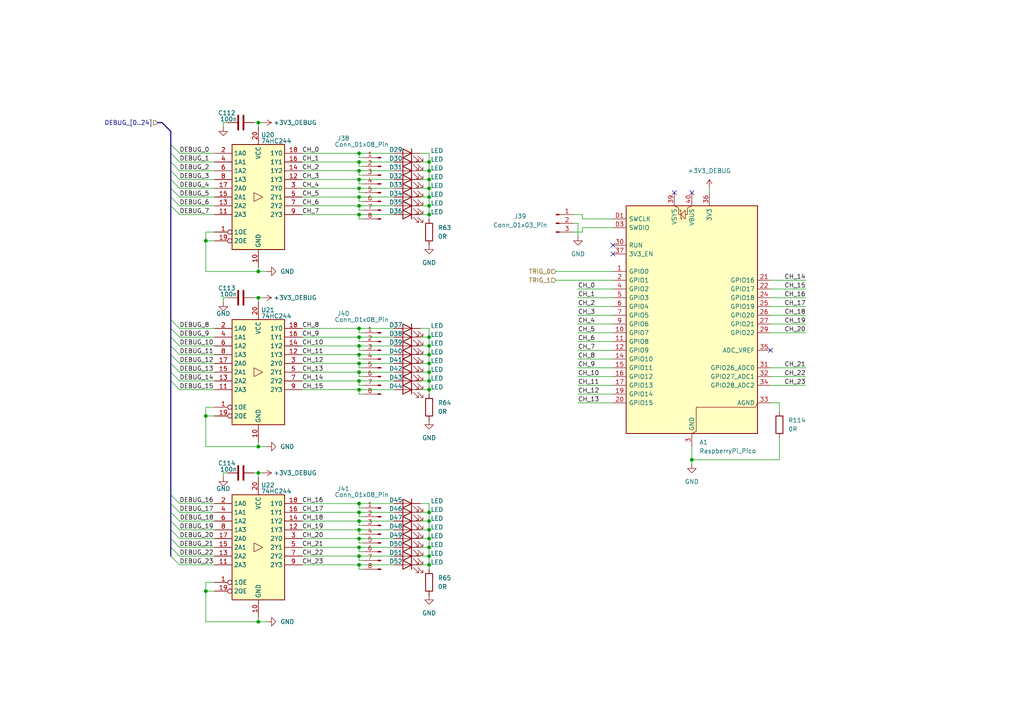
<source format=kicad_sch>
(kicad_sch (version 20250114) (generator "eeschema") (generator_version "9.0")
  (paper "A4")
  (lib_symbols
    (symbol "74xx:74HC244"
      (property "Reference" "U" (at -7.62 16.51 0))
      (property "Value" "74HC244" (at -7.62 -16.51 0))
      (symbol "74HC244_1_0"
        (polyline (pts (xy 1.27 0) (xy -1.27 1.27) (xy -1.27 -1.27) (xy 1.27 0)) (stroke (width 0.1524)))
        (pin input line (at -12.7 12.7 0) (length 5.08) (name "1A0") (number "2"))
        (pin input line (at -12.7 10.16 0) (length 5.08) (name "1A1") (number "4"))
        (pin input line (at -12.7 7.62 0) (length 5.08) (name "1A2") (number "6"))
        (pin input line (at -12.7 5.08 0) (length 5.08) (name "1A3") (number "8"))
        (pin input line (at -12.7 2.54 0) (length 5.08) (name "2A0") (number "17"))
        (pin input line (at -12.7 0 0) (length 5.08) (name "2A1") (number "15"))
        (pin input line (at -12.7 -2.54 0) (length 5.08) (name "2A2") (number "13"))
        (pin input line (at -12.7 -5.08 0) (length 5.08) (name "2A3") (number "11"))
        (pin input inverted (at -12.7 -10.16 0) (length 5.08) (name "1OE") (number "1"))
        (pin input inverted (at -12.7 -12.7 0) (length 5.08) (name "2OE") (number "19"))
        (pin power_in line (at 0 20.32 270) (length 5.08) (name "VCC") (number "20"))
        (pin power_in line (at 0 -20.32 90) (length 5.08) (name "GND") (number "10"))
        (pin tri_state line (at 12.7 12.7 180) (length 5.08) (name "1Y0") (number "18"))
        (pin tri_state line (at 12.7 10.16 180) (length 5.08) (name "1Y1") (number "16"))
        (pin tri_state line (at 12.7 7.62 180) (length 5.08) (name "1Y2") (number "14"))
        (pin tri_state line (at 12.7 5.08 180) (length 5.08) (name "1Y3") (number "12"))
        (pin tri_state line (at 12.7 2.54 180) (length 5.08) (name "2Y0") (number "3"))
        (pin tri_state line (at 12.7 0 180) (length 5.08) (name "2Y1") (number "5"))
        (pin tri_state line (at 12.7 -2.54 180) (length 5.08) (name "2Y2") (number "7"))
        (pin tri_state line (at 12.7 -5.08 180) (length 5.08) (name "2Y3") (number "9"))
      )
      (symbol "74HC244_1_1"
        (rectangle (start -7.62 15.24) (end 7.62 -15.24) (stroke (width 0.254)) (fill (type background)))
      )
    )
    (symbol "Connector:Conn_01x03_Pin" (pin_names (offset 1.016) (hide yes))
      (property "Reference" "J" (at 0 5.08 0))
      (property "Value" "Conn_01x03_Pin" (at 0 -5.08 0))
      (symbol "Conn_01x03_Pin_1_1"
        (rectangle (start 0.8636 2.667) (end 0 2.413) (stroke (width 0.1524)) (fill (type outline)))
        (rectangle (start 0.8636 0.127) (end 0 -0.127) (stroke (width 0.1524)) (fill (type outline)))
        (rectangle (start 0.8636 -2.413) (end 0 -2.667) (stroke (width 0.1524)) (fill (type outline)))
        (polyline (pts (xy 1.27 2.54) (xy 0.8636 2.54)) (stroke (width 0.1524)))
        (polyline (pts (xy 1.27 0) (xy 0.8636 0)) (stroke (width 0.1524)))
        (polyline (pts (xy 1.27 -2.54) (xy 0.8636 -2.54)) (stroke (width 0.1524)))
        (pin passive line (at 5.08 2.54 180) (length 3.81) (name "Pin_1") (number "1"))
        (pin passive line (at 5.08 0 180) (length 3.81) (name "Pin_2") (number "2"))
        (pin passive line (at 5.08 -2.54 180) (length 3.81) (name "Pin_3") (number "3"))
      )
    )
    (symbol "Connector:Conn_01x08_Pin" (pin_names (offset 1.016) (hide yes))
      (property "Reference" "J" (at 0 10.16 0))
      (property "Value" "Conn_01x08_Pin" (at 0 -12.7 0))
      (symbol "Conn_01x08_Pin_1_1"
        (rectangle (start 0.8636 7.747) (end 0 7.493) (stroke (width 0.1524)) (fill (type outline)))
        (rectangle (start 0.8636 5.207) (end 0 4.953) (stroke (width 0.1524)) (fill (type outline)))
        (rectangle (start 0.8636 2.667) (end 0 2.413) (stroke (width 0.1524)) (fill (type outline)))
        (rectangle (start 0.8636 0.127) (end 0 -0.127) (stroke (width 0.1524)) (fill (type outline)))
        (rectangle (start 0.8636 -2.413) (end 0 -2.667) (stroke (width 0.1524)) (fill (type outline)))
        (rectangle (start 0.8636 -4.953) (end 0 -5.207) (stroke (width 0.1524)) (fill (type outline)))
        (rectangle (start 0.8636 -7.493) (end 0 -7.747) (stroke (width 0.1524)) (fill (type outline)))
        (rectangle (start 0.8636 -10.033) (end 0 -10.287) (stroke (width 0.1524)) (fill (type outline)))
        (polyline (pts (xy 1.27 7.62) (xy 0.8636 7.62)) (stroke (width 0.1524)))
        (polyline (pts (xy 1.27 5.08) (xy 0.8636 5.08)) (stroke (width 0.1524)))
        (polyline (pts (xy 1.27 2.54) (xy 0.8636 2.54)) (stroke (width 0.1524)))
        (polyline (pts (xy 1.27 0) (xy 0.8636 0)) (stroke (width 0.1524)))
        (polyline (pts (xy 1.27 -2.54) (xy 0.8636 -2.54)) (stroke (width 0.1524)))
        (polyline (pts (xy 1.27 -5.08) (xy 0.8636 -5.08)) (stroke (width 0.1524)))
        (polyline (pts (xy 1.27 -7.62) (xy 0.8636 -7.62)) (stroke (width 0.1524)))
        (polyline (pts (xy 1.27 -10.16) (xy 0.8636 -10.16)) (stroke (width 0.1524)))
        (pin passive line (at 5.08 7.62 180) (length 3.81) (name "Pin_1") (number "1"))
        (pin passive line (at 5.08 5.08 180) (length 3.81) (name "Pin_2") (number "2"))
        (pin passive line (at 5.08 2.54 180) (length 3.81) (name "Pin_3") (number "3"))
        (pin passive line (at 5.08 0 180) (length 3.81) (name "Pin_4") (number "4"))
        (pin passive line (at 5.08 -2.54 180) (length 3.81) (name "Pin_5") (number "5"))
        (pin passive line (at 5.08 -5.08 180) (length 3.81) (name "Pin_6") (number "6"))
        (pin passive line (at 5.08 -7.62 180) (length 3.81) (name "Pin_7") (number "7"))
        (pin passive line (at 5.08 -10.16 180) (length 3.81) (name "Pin_8") (number "8"))
      )
    )
    (symbol "Device:C" (pin_numbers (hide yes)) (pin_names (offset 0.254))
      (property "Reference" "C" (at 0.635 2.54 0))
      (property "Value" "C" (at 0.635 -2.54 0))
      (symbol "C_0_1"
        (polyline (pts (xy -2.032 0.762) (xy 2.032 0.762)) (stroke (width 0.508)))
        (polyline (pts (xy -2.032 -0.762) (xy 2.032 -0.762)) (stroke (width 0.508)))
      )
      (symbol "C_1_1"
        (pin passive line (at 0 3.81 270) (length 2.794) (name "~") (number "1"))
        (pin passive line (at 0 -3.81 90) (length 2.794) (name "~") (number "2"))
      )
    )
    (symbol "Device:LED" (pin_numbers (hide yes)) (pin_names (offset 1.016) (hide yes))
      (property "Reference" "D" (at 0 2.54 0))
      (property "Value" "LED" (at 0 -2.54 0))
      (symbol "LED_0_1"
        (polyline (pts (xy -3.048 -0.762) (xy -4.572 -2.286) (xy -3.81 -2.286) (xy -4.572 -2.286) (xy -4.572 -1.524)))
        (polyline (pts (xy -1.778 -0.762) (xy -3.302 -2.286) (xy -2.54 -2.286) (xy -3.302 -2.286) (xy -3.302 -1.524)))
        (polyline (pts (xy -1.27 0) (xy 1.27 0)))
        (polyline (pts (xy -1.27 -1.27) (xy -1.27 1.27)) (stroke (width 0.254)))
        (polyline (pts (xy 1.27 -1.27) (xy 1.27 1.27) (xy -1.27 0) (xy 1.27 -1.27)) (stroke (width 0.254)))
      )
      (symbol "LED_1_1"
        (pin passive line (at -3.81 0 0) (length 2.54) (name "K") (number "1"))
        (pin passive line (at 3.81 0 180) (length 2.54) (name "A") (number "2"))
      )
    )
    (symbol "Device:R" (pin_numbers (hide yes)) (pin_names (offset 0))
      (property "Reference" "R" (at 2.032 0 90))
      (property "Value" "R" (at 0 0 90))
      (symbol "R_0_1"
        (rectangle (start -1.016 -2.54) (end 1.016 2.54) (stroke (width 0.254)))
      )
      (symbol "R_1_1"
        (pin passive line (at 0 3.81 270) (length 1.27) (name "~") (number "1"))
        (pin passive line (at 0 -3.81 90) (length 1.27) (name "~") (number "2"))
      )
    )
    (symbol "MCU_Module:RaspberryPi_Pico_Debug" (pin_names (offset 0.762))
      (property "Reference" "A" (at -19.05 35.56 0))
      (property "Value" "RaspberryPi_Pico" (at 7.62 35.56 0))
      (symbol "RaspberryPi_Pico_Debug_0_1"
        (rectangle (start -19.05 34.29) (end 19.05 -31.75) (stroke (width 0.254)) (fill (type background)))
        (polyline (pts (xy -5.08 34.29) (xy -3.81 33.655) (xy -3.81 31.75) (xy -3.175 31.75)))
        (polyline (pts (xy -3.429 32.766) (xy -3.429 33.02) (xy -3.175 33.02) (xy -3.175 30.48) (xy -2.921 30.48) (xy -2.921 30.734)))
        (polyline (pts (xy -3.175 31.75) (xy -1.905 33.02) (xy -1.905 30.48) (xy -3.175 31.75)))
        (polyline (pts (xy 0 34.29) (xy -1.27 33.655) (xy -1.27 31.75) (xy -1.905 31.75)))
        (polyline (pts (xy 0 -31.75) (xy 1.27 -31.115) (xy 1.27 -24.13) (xy 18.415 -24.13) (xy 19.05 -22.86)))
      )
      (symbol "RaspberryPi_Pico_Debug_1_1"
        (pin input line (at -22.86 30.48 0) (length 3.81) (name "SWCLK") (number "D1"))
        (pin bidirectional line (at -22.86 27.94 0) (length 3.81) (name "SWDIO") (number "D3"))
        (pin passive line (at -22.86 22.86 0) (length 3.81) (name "RUN") (number "30"))
        (pin passive line (at -22.86 20.32 0) (length 3.81) (name "3V3_EN") (number "37"))
        (pin bidirectional line (at -22.86 15.24 0) (length 3.81) (name "GPIO0") (number "1"))
        (pin bidirectional line (at -22.86 12.7 0) (length 3.81) (name "GPIO1") (number "2"))
        (pin bidirectional line (at -22.86 10.16 0) (length 3.81) (name "GPIO2") (number "4"))
        (pin bidirectional line (at -22.86 7.62 0) (length 3.81) (name "GPIO3") (number "5"))
        (pin bidirectional line (at -22.86 5.08 0) (length 3.81) (name "GPIO4") (number "6"))
        (pin bidirectional line (at -22.86 2.54 0) (length 3.81) (name "GPIO5") (number "7"))
        (pin bidirectional line (at -22.86 0 0) (length 3.81) (name "GPIO6") (number "9"))
        (pin bidirectional line (at -22.86 -2.54 0) (length 3.81) (name "GPIO7") (number "10"))
        (pin bidirectional line (at -22.86 -5.08 0) (length 3.81) (name "GPIO8") (number "11"))
        (pin bidirectional line (at -22.86 -7.62 0) (length 3.81) (name "GPIO9") (number "12"))
        (pin bidirectional line (at -22.86 -10.16 0) (length 3.81) (name "GPIO10") (number "14"))
        (pin bidirectional line (at -22.86 -12.7 0) (length 3.81) (name "GPIO11") (number "15"))
        (pin bidirectional line (at -22.86 -15.24 0) (length 3.81) (name "GPIO12") (number "16"))
        (pin bidirectional line (at -22.86 -17.78 0) (length 3.81) (name "GPIO13") (number "17"))
        (pin bidirectional line (at -22.86 -20.32 0) (length 3.81) (name "GPIO14") (number "19"))
        (pin bidirectional line (at -22.86 -22.86 0) (length 3.81) (name "GPIO15") (number "20"))
        (pin power_in line (at -5.08 38.1 270) (length 3.81) (name "VSYS") (number "39"))
        (pin power_out line (at 0 38.1 270) (length 3.81) (name "VBUS") (number "40"))
        (pin passive line (at 0 -35.56 90) (length 3.81) (hide yes) (name "GND") (number "13"))
        (pin passive line (at 0 -35.56 90) (length 3.81) (hide yes) (name "GND") (number "18"))
        (pin passive line (at 0 -35.56 90) (length 3.81) (hide yes) (name "GND") (number "23"))
        (pin passive line (at 0 -35.56 90) (length 3.81) (hide yes) (name "GND") (number "28"))
        (pin power_out line (at 0 -35.56 90) (length 3.81) (name "GND") (number "3"))
        (pin passive line (at 0 -35.56 90) (length 3.81) (hide yes) (name "GND") (number "38"))
        (pin passive line (at 0 -35.56 90) (length 3.81) (hide yes) (name "GND") (number "8"))
        (pin passive line (at 0 -35.56 90) (length 3.81) (hide yes) (name "GND") (number "D2"))
        (pin power_out line (at 5.08 38.1 270) (length 3.81) (name "3V3") (number "36"))
        (pin bidirectional line (at 22.86 12.7 180) (length 3.81) (name "GPIO16") (number "21"))
        (pin bidirectional line (at 22.86 10.16 180) (length 3.81) (name "GPIO17") (number "22"))
        (pin bidirectional line (at 22.86 7.62 180) (length 3.81) (name "GPIO18") (number "24"))
        (pin bidirectional line (at 22.86 5.08 180) (length 3.81) (name "GPIO19") (number "25"))
        (pin bidirectional line (at 22.86 2.54 180) (length 3.81) (name "GPIO20") (number "26"))
        (pin bidirectional line (at 22.86 0 180) (length 3.81) (name "GPIO21") (number "27"))
        (pin bidirectional line (at 22.86 -2.54 180) (length 3.81) (name "GPIO22") (number "29"))
        (pin power_in line (at 22.86 -7.62 180) (length 3.81) (name "ADC_VREF") (number "35"))
        (pin bidirectional line (at 22.86 -12.7 180) (length 3.81) (name "GPIO26_ADC0") (number "31"))
        (pin bidirectional line (at 22.86 -15.24 180) (length 3.81) (name "GPIO27_ADC1") (number "32"))
        (pin bidirectional line (at 22.86 -17.78 180) (length 3.81) (name "GPIO28_ADC2") (number "34"))
        (pin power_out line (at 22.86 -22.86 180) (length 3.81) (name "AGND") (number "33"))
      )
    )
    (symbol "power:+3V3" (power) (pin_numbers (hide yes)) (pin_names (offset 0) (hide yes))
      (property "Value" "+3V3" (at 0 3.556 0))
      (symbol "+3V3_0_1"
        (polyline (pts (xy -0.762 1.27) (xy 0 2.54)))
        (polyline (pts (xy 0 2.54) (xy 0.762 1.27)))
        (polyline (pts (xy 0 0) (xy 0 2.54)))
      )
      (symbol "+3V3_1_1"
        (pin power_in line (at 0 0 90) (length 0) (name "~") (number "1"))
      )
    )
    (symbol "power:GND" (power) (pin_numbers (hide yes)) (pin_names (offset 0) (hide yes))
      (property "Value" "GND" (at 0 -3.81 0))
      (symbol "GND_0_1"
        (polyline (pts (xy 0 0) (xy 0 -1.27) (xy 1.27 -1.27) (xy 0 -2.54) (xy -1.27 -1.27) (xy 0 -1.27)))
      )
      (symbol "GND_1_1"
        (pin power_in line (at 0 0 270) (length 0) (name "~") (number "1"))
      )
    )
  )
  (junction (at 104.14 158.75))
  (junction (at 104.14 57.15))
  (junction (at 74.93 180.34))
  (junction (at 104.14 97.79))
  (junction (at 124.46 110.49))
  (junction (at 74.93 86.36))
  (junction (at 124.46 54.61))
  (junction (at 104.14 156.21))
  (junction (at 124.46 107.95))
  (junction (at 104.14 46.99))
  (junction (at 124.46 57.15))
  (junction (at 74.93 78.74))
  (junction (at 124.46 102.87))
  (junction (at 124.46 105.41))
  (junction (at 104.14 163.83))
  (junction (at 124.46 113.03))
  (junction (at 104.14 49.53))
  (junction (at 124.46 156.21))
  (junction (at 104.14 95.25))
  (junction (at 124.46 163.83))
  (junction (at 104.14 151.13))
  (junction (at 124.46 62.23))
  (junction (at 104.14 105.41))
  (junction (at 124.46 49.53))
  (junction (at 104.14 148.59))
  (junction (at 124.46 59.69))
  (junction (at 104.14 102.87))
  (junction (at 104.14 110.49))
  (junction (at 104.14 161.29))
  (junction (at 104.14 44.45))
  (junction (at 104.14 62.23))
  (junction (at 124.46 153.67))
  (junction (at 124.46 148.59))
  (junction (at 104.14 54.61))
  (junction (at 59.69 120.65))
  (junction (at 124.46 97.79))
  (junction (at 59.69 69.85))
  (junction (at 124.46 151.13))
  (junction (at 124.46 52.07))
  (junction (at 124.46 46.99))
  (junction (at 104.14 59.69))
  (junction (at 74.93 35.56))
  (junction (at 74.93 129.54))
  (junction (at 104.14 153.67))
  (junction (at 124.46 161.29))
  (junction (at 124.46 158.75))
  (junction (at 74.93 137.16))
  (junction (at 104.14 100.33))
  (junction (at 59.69 171.45))
  (junction (at 104.14 146.05))
  (junction (at 124.46 100.33))
  (junction (at 104.14 113.03))
  (junction (at 104.14 52.07))
  (junction (at 200.66 133.35))
  (junction (at 104.14 107.95))
  (no_connect (at 200.66 55.88))
  (no_connect (at 177.8 73.66))
  (no_connect (at 177.8 71.12))
  (no_connect (at 223.52 101.6))
  (no_connect (at 195.58 55.88))
  (bus_entry (at 49.53 110.49) (size 2.54 2.54))
  (bus_entry (at 49.53 161.29) (size 2.54 2.54))
  (bus_entry (at 49.53 41.91) (size 2.54 2.54))
  (bus_entry (at 49.53 92.71) (size 2.54 2.54))
  (bus_entry (at 49.53 49.53) (size 2.54 2.54))
  (bus_entry (at 49.53 148.59) (size 2.54 2.54))
  (bus_entry (at 49.53 44.45) (size 2.54 2.54))
  (bus_entry (at 49.53 146.05) (size 2.54 2.54))
  (bus_entry (at 49.53 102.87) (size 2.54 2.54))
  (bus_entry (at 49.53 46.99) (size 2.54 2.54))
  (bus_entry (at 49.53 156.21) (size 2.54 2.54))
  (bus_entry (at 49.53 97.79) (size 2.54 2.54))
  (bus_entry (at 49.53 52.07) (size 2.54 2.54))
  (bus_entry (at 49.53 57.15) (size 2.54 2.54))
  (bus_entry (at 49.53 158.75) (size 2.54 2.54))
  (bus_entry (at 49.53 54.61) (size 2.54 2.54))
  (bus_entry (at 49.53 95.25) (size 2.54 2.54))
  (bus_entry (at 49.53 100.33) (size 2.54 2.54))
  (bus_entry (at 49.53 153.67) (size 2.54 2.54))
  (bus_entry (at 49.53 105.41) (size 2.54 2.54))
  (bus_entry (at 49.53 107.95) (size 2.54 2.54))
  (bus_entry (at 49.53 59.69) (size 2.54 2.54))
  (bus_entry (at 49.53 143.51) (size 2.54 2.54))
  (bus_entry (at 49.53 151.13) (size 2.54 2.54))
  (wire (pts (xy 124.46 54.61) (xy 124.46 52.07)))
  (wire (pts (xy 104.14 110.49) (xy 114.3 110.49)))
  (wire (pts (xy 121.92 158.75) (xy 124.46 158.75)))
  (wire (pts (xy 73.66 35.56) (xy 74.93 35.56)))
  (wire (pts (xy 124.46 49.53) (xy 124.46 46.99)))
  (wire (pts (xy 168.91 66.04) (xy 168.91 67.31)))
  (wire (pts (xy 105.41 111.76) (xy 104.14 111.76)))
  (wire (pts (xy 104.14 160.02) (xy 104.14 158.75)))
  (bus (pts (xy 49.53 158.75) (xy 49.53 156.21)))
  (wire (pts (xy 104.14 148.59) (xy 114.3 148.59)))
  (wire (pts (xy 124.46 57.15) (xy 124.46 54.61)))
  (wire (pts (xy 87.63 62.23) (xy 104.14 62.23)))
  (wire (pts (xy 121.92 102.87) (xy 124.46 102.87)))
  (wire (pts (xy 74.93 35.56) (xy 76.2 35.56)))
  (wire (pts (xy 62.23 118.11) (xy 59.69 118.11)))
  (wire (pts (xy 233.68 81.28) (xy 223.52 81.28)))
  (wire (pts (xy 167.64 86.36) (xy 177.8 86.36)))
  (wire (pts (xy 105.41 149.86) (xy 104.14 149.86)))
  (wire (pts (xy 121.92 148.59) (xy 124.46 148.59)))
  (wire (pts (xy 161.29 78.74) (xy 177.8 78.74)))
  (bus (pts (xy 49.53 38.1) (xy 49.53 41.91)))
  (wire (pts (xy 52.07 151.13) (xy 62.23 151.13)))
  (wire (pts (xy 121.92 156.21) (xy 124.46 156.21)))
  (wire (pts (xy 167.64 91.44) (xy 177.8 91.44)))
  (wire (pts (xy 52.07 148.59) (xy 62.23 148.59)))
  (wire (pts (xy 124.46 110.49) (xy 124.46 107.95)))
  (wire (pts (xy 104.14 152.4) (xy 104.14 151.13)))
  (wire (pts (xy 233.68 106.68) (xy 223.52 106.68)))
  (wire (pts (xy 105.41 55.88) (xy 104.14 55.88)))
  (wire (pts (xy 104.14 58.42) (xy 104.14 57.15)))
  (wire (pts (xy 124.46 153.67) (xy 124.46 151.13)))
  (wire (pts (xy 168.91 62.23) (xy 166.37 62.23)))
  (wire (pts (xy 74.93 78.74) (xy 77.47 78.74)))
  (wire (pts (xy 121.92 54.61) (xy 124.46 54.61)))
  (bus (pts (xy 49.53 57.15) (xy 49.53 59.69)))
  (wire (pts (xy 59.69 118.11) (xy 59.69 120.65)))
  (wire (pts (xy 59.69 69.85) (xy 62.23 69.85)))
  (wire (pts (xy 104.14 44.45) (xy 114.3 44.45)))
  (wire (pts (xy 226.06 127) (xy 226.06 133.35)))
  (wire (pts (xy 121.92 113.03) (xy 124.46 113.03)))
  (wire (pts (xy 104.14 161.29) (xy 114.3 161.29)))
  (wire (pts (xy 104.14 109.22) (xy 104.14 107.95)))
  (wire (pts (xy 104.14 162.56) (xy 104.14 161.29)))
  (bus (pts (xy 49.53 151.13) (xy 49.53 148.59)))
  (wire (pts (xy 124.46 146.05) (xy 121.92 146.05)))
  (wire (pts (xy 167.64 99.06) (xy 177.8 99.06)))
  (bus (pts (xy 49.53 38.1) (xy 46.99 35.56)))
  (wire (pts (xy 52.07 105.41) (xy 62.23 105.41)))
  (wire (pts (xy 121.92 62.23) (xy 124.46 62.23)))
  (wire (pts (xy 59.69 171.45) (xy 59.69 180.34)))
  (wire (pts (xy 52.07 59.69) (xy 62.23 59.69)))
  (wire (pts (xy 104.14 48.26) (xy 104.14 46.99)))
  (wire (pts (xy 87.63 110.49) (xy 104.14 110.49)))
  (wire (pts (xy 74.93 129.54) (xy 77.47 129.54)))
  (wire (pts (xy 167.64 116.84) (xy 177.8 116.84)))
  (wire (pts (xy 121.92 46.99) (xy 124.46 46.99)))
  (bus (pts (xy 49.53 110.49) (xy 49.53 143.51)))
  (wire (pts (xy 233.68 93.98) (xy 223.52 93.98)))
  (wire (pts (xy 167.64 101.6) (xy 177.8 101.6)))
  (wire (pts (xy 87.63 97.79) (xy 104.14 97.79)))
  (wire (pts (xy 87.63 59.69) (xy 104.14 59.69)))
  (wire (pts (xy 52.07 102.87) (xy 62.23 102.87)))
  (wire (pts (xy 104.14 45.72) (xy 104.14 44.45)))
  (wire (pts (xy 124.46 158.75) (xy 124.46 156.21)))
  (wire (pts (xy 87.63 46.99) (xy 104.14 46.99)))
  (wire (pts (xy 233.68 109.22) (xy 223.52 109.22)))
  (wire (pts (xy 167.64 83.82) (xy 177.8 83.82)))
  (wire (pts (xy 59.69 120.65) (xy 62.23 120.65)))
  (wire (pts (xy 166.37 64.77) (xy 167.64 64.77)))
  (wire (pts (xy 121.92 110.49) (xy 124.46 110.49)))
  (wire (pts (xy 87.63 57.15) (xy 104.14 57.15)))
  (wire (pts (xy 52.07 158.75) (xy 62.23 158.75)))
  (wire (pts (xy 124.46 105.41) (xy 124.46 102.87)))
  (bus (pts (xy 49.53 107.95) (xy 49.53 110.49)))
  (bus (pts (xy 49.53 107.95) (xy 49.53 105.41)))
  (wire (pts (xy 64.77 87.63) (xy 64.77 86.36)))
  (wire (pts (xy 105.41 96.52) (xy 104.14 96.52)))
  (wire (pts (xy 104.14 154.94) (xy 104.14 153.67)))
  (bus (pts (xy 49.53 46.99) (xy 49.53 49.53)))
  (wire (pts (xy 64.77 137.16) (xy 66.04 137.16)))
  (wire (pts (xy 233.68 91.44) (xy 223.52 91.44)))
  (wire (pts (xy 52.07 57.15) (xy 62.23 57.15)))
  (wire (pts (xy 105.41 106.68) (xy 104.14 106.68)))
  (wire (pts (xy 167.64 88.9) (xy 177.8 88.9)))
  (bus (pts (xy 49.53 102.87) (xy 49.53 100.33)))
  (wire (pts (xy 104.14 100.33) (xy 114.3 100.33)))
  (wire (pts (xy 121.92 151.13) (xy 124.46 151.13)))
  (wire (pts (xy 74.93 137.16) (xy 74.93 138.43)))
  (wire (pts (xy 87.63 146.05) (xy 104.14 146.05)))
  (wire (pts (xy 233.68 86.36) (xy 223.52 86.36)))
  (wire (pts (xy 52.07 107.95) (xy 62.23 107.95)))
  (wire (pts (xy 59.69 168.91) (xy 59.69 171.45)))
  (wire (pts (xy 124.46 151.13) (xy 124.46 148.59)))
  (bus (pts (xy 49.53 95.25) (xy 49.53 92.71)))
  (wire (pts (xy 105.41 63.5) (xy 104.14 63.5)))
  (wire (pts (xy 74.93 86.36) (xy 76.2 86.36)))
  (wire (pts (xy 121.92 153.67) (xy 124.46 153.67)))
  (wire (pts (xy 200.66 133.35) (xy 200.66 134.62)))
  (wire (pts (xy 74.93 86.36) (xy 74.93 87.63)))
  (wire (pts (xy 104.14 158.75) (xy 114.3 158.75)))
  (wire (pts (xy 233.68 83.82) (xy 223.52 83.82)))
  (wire (pts (xy 124.46 52.07) (xy 124.46 49.53)))
  (wire (pts (xy 124.46 95.25) (xy 121.92 95.25)))
  (wire (pts (xy 124.46 107.95) (xy 124.46 105.41)))
  (wire (pts (xy 105.41 165.1) (xy 104.14 165.1)))
  (wire (pts (xy 87.63 102.87) (xy 104.14 102.87)))
  (wire (pts (xy 105.41 109.22) (xy 104.14 109.22)))
  (wire (pts (xy 104.14 55.88) (xy 104.14 54.61)))
  (wire (pts (xy 105.41 160.02) (xy 104.14 160.02)))
  (wire (pts (xy 87.63 54.61) (xy 104.14 54.61)))
  (wire (pts (xy 52.07 153.67) (xy 62.23 153.67)))
  (wire (pts (xy 177.8 63.5) (xy 168.91 63.5)))
  (wire (pts (xy 52.07 100.33) (xy 62.23 100.33)))
  (wire (pts (xy 104.14 62.23) (xy 114.3 62.23)))
  (wire (pts (xy 121.92 49.53) (xy 124.46 49.53)))
  (wire (pts (xy 124.46 161.29) (xy 124.46 158.75)))
  (wire (pts (xy 104.14 60.96) (xy 104.14 59.69)))
  (wire (pts (xy 74.93 35.56) (xy 74.93 36.83)))
  (wire (pts (xy 105.41 60.96) (xy 104.14 60.96)))
  (wire (pts (xy 74.93 129.54) (xy 74.93 128.27)))
  (wire (pts (xy 104.14 111.76) (xy 104.14 110.49)))
  (wire (pts (xy 87.63 151.13) (xy 104.14 151.13)))
  (wire (pts (xy 105.41 154.94) (xy 104.14 154.94)))
  (bus (pts (xy 49.53 44.45) (xy 49.53 46.99)))
  (wire (pts (xy 52.07 54.61) (xy 62.23 54.61)))
  (wire (pts (xy 167.64 93.98) (xy 177.8 93.98)))
  (wire (pts (xy 59.69 67.31) (xy 59.69 69.85)))
  (wire (pts (xy 121.92 57.15) (xy 124.46 57.15)))
  (wire (pts (xy 124.46 102.87) (xy 124.46 100.33)))
  (wire (pts (xy 121.92 161.29) (xy 124.46 161.29)))
  (wire (pts (xy 124.46 97.79) (xy 124.46 95.25)))
  (wire (pts (xy 121.92 100.33) (xy 124.46 100.33)))
  (bus (pts (xy 45.72 35.56) (xy 46.99 35.56)))
  (wire (pts (xy 124.46 163.83) (xy 124.46 165.1)))
  (wire (pts (xy 104.14 105.41) (xy 114.3 105.41)))
  (wire (pts (xy 223.52 116.84) (xy 226.06 116.84)))
  (wire (pts (xy 52.07 161.29) (xy 62.23 161.29)))
  (wire (pts (xy 52.07 95.25) (xy 62.23 95.25)))
  (wire (pts (xy 59.69 180.34) (xy 74.93 180.34)))
  (wire (pts (xy 87.63 113.03) (xy 104.14 113.03)))
  (wire (pts (xy 87.63 156.21) (xy 104.14 156.21)))
  (bus (pts (xy 49.53 156.21) (xy 49.53 153.67)))
  (wire (pts (xy 105.41 101.6) (xy 104.14 101.6)))
  (wire (pts (xy 74.93 137.16) (xy 76.2 137.16)))
  (wire (pts (xy 52.07 163.83) (xy 62.23 163.83)))
  (wire (pts (xy 121.92 52.07) (xy 124.46 52.07)))
  (wire (pts (xy 124.46 156.21) (xy 124.46 153.67)))
  (wire (pts (xy 64.77 35.56) (xy 66.04 35.56)))
  (wire (pts (xy 105.41 50.8) (xy 104.14 50.8)))
  (wire (pts (xy 104.14 149.86) (xy 104.14 148.59)))
  (wire (pts (xy 124.46 110.49) (xy 124.46 113.03)))
  (wire (pts (xy 124.46 113.03) (xy 124.46 114.3)))
  (wire (pts (xy 52.07 156.21) (xy 62.23 156.21)))
  (wire (pts (xy 52.07 44.45) (xy 62.23 44.45)))
  (wire (pts (xy 52.07 52.07) (xy 62.23 52.07)))
  (wire (pts (xy 87.63 44.45) (xy 104.14 44.45)))
  (wire (pts (xy 104.14 53.34) (xy 104.14 52.07)))
  (wire (pts (xy 124.46 62.23) (xy 124.46 63.5)))
  (wire (pts (xy 124.46 59.69) (xy 124.46 62.23)))
  (wire (pts (xy 167.64 109.22) (xy 177.8 109.22)))
  (wire (pts (xy 168.91 67.31) (xy 166.37 67.31)))
  (bus (pts (xy 49.53 161.29) (xy 49.53 158.75)))
  (wire (pts (xy 104.14 63.5) (xy 104.14 62.23)))
  (wire (pts (xy 104.14 52.07) (xy 114.3 52.07)))
  (wire (pts (xy 168.91 63.5) (xy 168.91 62.23)))
  (wire (pts (xy 52.07 110.49) (xy 62.23 110.49)))
  (wire (pts (xy 161.29 81.28) (xy 177.8 81.28)))
  (wire (pts (xy 226.06 116.84) (xy 226.06 119.38)))
  (wire (pts (xy 121.92 97.79) (xy 124.46 97.79)))
  (wire (pts (xy 105.41 147.32) (xy 104.14 147.32)))
  (wire (pts (xy 121.92 107.95) (xy 124.46 107.95)))
  (wire (pts (xy 105.41 114.3) (xy 104.14 114.3)))
  (wire (pts (xy 87.63 161.29) (xy 104.14 161.29)))
  (wire (pts (xy 74.93 78.74) (xy 74.93 77.47)))
  (wire (pts (xy 104.14 57.15) (xy 114.3 57.15)))
  (wire (pts (xy 52.07 113.03) (xy 62.23 113.03)))
  (wire (pts (xy 124.46 46.99) (xy 124.46 44.45)))
  (wire (pts (xy 124.46 44.45) (xy 121.92 44.45)))
  (wire (pts (xy 104.14 147.32) (xy 104.14 146.05)))
  (wire (pts (xy 167.64 114.3) (xy 177.8 114.3)))
  (wire (pts (xy 105.41 152.4) (xy 104.14 152.4)))
  (wire (pts (xy 73.66 137.16) (xy 74.93 137.16)))
  (wire (pts (xy 104.14 54.61) (xy 114.3 54.61)))
  (wire (pts (xy 167.64 104.14) (xy 177.8 104.14)))
  (wire (pts (xy 59.69 120.65) (xy 59.69 129.54)))
  (wire (pts (xy 104.14 114.3) (xy 104.14 113.03)))
  (wire (pts (xy 87.63 52.07) (xy 104.14 52.07)))
  (wire (pts (xy 104.14 151.13) (xy 114.3 151.13)))
  (wire (pts (xy 167.64 111.76) (xy 177.8 111.76)))
  (wire (pts (xy 87.63 100.33) (xy 104.14 100.33)))
  (wire (pts (xy 121.92 163.83) (xy 124.46 163.83)))
  (wire (pts (xy 104.14 95.25) (xy 114.3 95.25)))
  (wire (pts (xy 124.46 59.69) (xy 124.46 57.15)))
  (wire (pts (xy 104.14 99.06) (xy 104.14 97.79)))
  (wire (pts (xy 200.66 129.54) (xy 200.66 133.35)))
  (wire (pts (xy 105.41 45.72) (xy 104.14 45.72)))
  (wire (pts (xy 104.14 46.99) (xy 114.3 46.99)))
  (wire (pts (xy 105.41 99.06) (xy 104.14 99.06)))
  (wire (pts (xy 226.06 133.35) (xy 200.66 133.35)))
  (wire (pts (xy 87.63 105.41) (xy 104.14 105.41)))
  (wire (pts (xy 87.63 148.59) (xy 104.14 148.59)))
  (wire (pts (xy 104.14 102.87) (xy 114.3 102.87)))
  (wire (pts (xy 104.14 49.53) (xy 114.3 49.53)))
  (bus (pts (xy 49.53 59.69) (xy 49.53 92.71)))
  (bus (pts (xy 49.53 105.41) (xy 49.53 102.87)))
  (wire (pts (xy 87.63 49.53) (xy 104.14 49.53)))
  (wire (pts (xy 233.68 96.52) (xy 223.52 96.52)))
  (wire (pts (xy 104.14 101.6) (xy 104.14 100.33)))
  (bus (pts (xy 49.53 148.59) (xy 49.53 146.05)))
  (wire (pts (xy 104.14 146.05) (xy 114.3 146.05)))
  (wire (pts (xy 73.66 86.36) (xy 74.93 86.36)))
  (wire (pts (xy 104.14 107.95) (xy 114.3 107.95)))
  (wire (pts (xy 87.63 107.95) (xy 104.14 107.95)))
  (wire (pts (xy 104.14 106.68) (xy 104.14 105.41)))
  (wire (pts (xy 87.63 163.83) (xy 104.14 163.83)))
  (wire (pts (xy 59.69 171.45) (xy 62.23 171.45)))
  (bus (pts (xy 49.53 153.67) (xy 49.53 151.13)))
  (wire (pts (xy 105.41 157.48) (xy 104.14 157.48)))
  (wire (pts (xy 59.69 69.85) (xy 59.69 78.74)))
  (wire (pts (xy 52.07 146.05) (xy 62.23 146.05)))
  (wire (pts (xy 104.14 59.69) (xy 114.3 59.69)))
  (bus (pts (xy 49.53 41.91) (xy 49.53 44.45)))
  (wire (pts (xy 87.63 158.75) (xy 104.14 158.75)))
  (wire (pts (xy 52.07 97.79) (xy 62.23 97.79)))
  (bus (pts (xy 49.53 100.33) (xy 49.53 97.79)))
  (wire (pts (xy 105.41 104.14) (xy 104.14 104.14)))
  (wire (pts (xy 104.14 50.8) (xy 104.14 49.53)))
  (wire (pts (xy 233.68 88.9) (xy 223.52 88.9)))
  (wire (pts (xy 104.14 96.52) (xy 104.14 95.25)))
  (wire (pts (xy 124.46 161.29) (xy 124.46 163.83)))
  (wire (pts (xy 62.23 168.91) (xy 59.69 168.91)))
  (wire (pts (xy 205.74 54.61) (xy 205.74 55.88)))
  (wire (pts (xy 105.41 48.26) (xy 104.14 48.26)))
  (wire (pts (xy 124.46 100.33) (xy 124.46 97.79)))
  (wire (pts (xy 59.69 78.74) (xy 74.93 78.74)))
  (bus (pts (xy 49.53 146.05) (xy 49.53 143.51)))
  (wire (pts (xy 104.14 97.79) (xy 114.3 97.79)))
  (bus (pts (xy 49.53 97.79) (xy 49.53 95.25)))
  (wire (pts (xy 52.07 62.23) (xy 62.23 62.23)))
  (wire (pts (xy 104.14 153.67) (xy 114.3 153.67)))
  (wire (pts (xy 121.92 105.41) (xy 124.46 105.41)))
  (wire (pts (xy 104.14 163.83) (xy 114.3 163.83)))
  (wire (pts (xy 52.07 49.53) (xy 62.23 49.53)))
  (wire (pts (xy 104.14 157.48) (xy 104.14 156.21)))
  (wire (pts (xy 62.23 67.31) (xy 59.69 67.31)))
  (wire (pts (xy 87.63 153.67) (xy 104.14 153.67)))
  (wire (pts (xy 64.77 138.43) (xy 64.77 137.16)))
  (wire (pts (xy 104.14 113.03) (xy 114.3 113.03)))
  (wire (pts (xy 105.41 58.42) (xy 104.14 58.42)))
  (bus (pts (xy 49.53 54.61) (xy 49.53 57.15)))
  (wire (pts (xy 59.69 129.54) (xy 74.93 129.54)))
  (wire (pts (xy 233.68 111.76) (xy 223.52 111.76)))
  (wire (pts (xy 104.14 104.14) (xy 104.14 102.87)))
  (wire (pts (xy 167.64 96.52) (xy 177.8 96.52)))
  (wire (pts (xy 167.64 64.77) (xy 167.64 68.58)))
  (wire (pts (xy 104.14 165.1) (xy 104.14 163.83)))
  (wire (pts (xy 167.64 106.68) (xy 177.8 106.68)))
  (wire (pts (xy 64.77 36.83) (xy 64.77 35.56)))
  (wire (pts (xy 168.91 66.04) (xy 177.8 66.04)))
  (wire (pts (xy 121.92 59.69) (xy 124.46 59.69)))
  (wire (pts (xy 105.41 53.34) (xy 104.14 53.34)))
  (bus (pts (xy 49.53 52.07) (xy 49.53 54.61)))
  (wire (pts (xy 124.46 148.59) (xy 124.46 146.05)))
  (wire (pts (xy 52.07 46.99) (xy 62.23 46.99)))
  (wire (pts (xy 74.93 180.34) (xy 77.47 180.34)))
  (wire (pts (xy 87.63 95.25) (xy 104.14 95.25)))
  (wire (pts (xy 105.41 162.56) (xy 104.14 162.56)))
  (bus (pts (xy 49.53 49.53) (xy 49.53 52.07)))
  (wire (pts (xy 104.14 156.21) (xy 114.3 156.21)))
  (wire (pts (xy 74.93 180.34) (xy 74.93 179.07)))
  (wire (pts (xy 64.77 86.36) (xy 66.04 86.36)))
  (label "DEBUG_14" (at 52.07 110.49 0))
  (label "CH_19" (at 87.63 153.67 0))
  (label "DEBUG_13" (at 52.07 107.95 0))
  (label "CH_23" (at 87.63 163.83 0))
  (label "CH_2" (at 167.64 88.9 0))
  (label "CH_12" (at 167.64 114.3 0))
  (label "CH_6" (at 167.64 99.06 0))
  (label "CH_11" (at 87.63 102.87 0))
  (label "CH_2" (at 87.63 49.53 0))
  (label "CH_9" (at 167.64 106.68 0))
  (label "CH_15" (at 87.63 113.03 0))
  (label "CH_4" (at 167.64 93.98 0))
  (label "DEBUG_0" (at 52.07 44.45 0))
  (label "CH_21" (at 87.63 158.75 0))
  (label "CH_13" (at 87.63 107.95 0))
  (label "CH_0" (at 87.63 44.45 0))
  (label "CH_17" (at 233.68 88.9 180))
  (label "DEBUG_18" (at 52.1388 151.13 0))
  (label "CH_4" (at 87.63 54.61 0))
  (label "DEBUG_12" (at 52.07 105.41 0))
  (label "DEBUG_4" (at 52.07 54.61 0))
  (label "CH_16" (at 87.63 146.05 0))
  (label "CH_20" (at 87.63 156.21 0))
  (label "CH_12" (at 87.63 105.41 0))
  (label "CH_16" (at 233.68 86.36 180))
  (label "DEBUG_11" (at 52.07 102.87 0))
  (label "DEBUG_3" (at 52.07 52.07 0))
  (label "DEBUG_21" (at 52.07 158.75 0))
  (label "DEBUG_15" (at 52.07 113.03 0))
  (label "DEBUG_22" (at 52.07 161.29 0))
  (label "DEBUG_10" (at 52.07 100.33 0))
  (label "DEBUG_23" (at 52.07 163.83 0))
  (label "CH_1" (at 87.63 46.99 0))
  (label "CH_15" (at 233.68 83.82 180))
  (label "CH_7" (at 167.64 101.6 0))
  (label "CH_11" (at 167.64 111.76 0))
  (label "CH_10" (at 167.64 109.22 0))
  (label "CH_18" (at 233.68 91.44 180))
  (label "DEBUG_7" (at 52.07 62.23 0))
  (label "CH_10" (at 87.63 100.33 0))
  (label "DEBUG_5" (at 52.07 57.15 0))
  (label "CH_18" (at 87.63 151.13 0))
  (label "CH_1" (at 167.64 86.36 0))
  (label "DEBUG_1" (at 52.07 46.99 0))
  (label "CH_8" (at 167.64 104.14 0))
  (label "DEBUG_16" (at 52.07 146.05 0))
  (label "CH_22" (at 233.68 109.22 180))
  (label "CH_14" (at 233.68 81.28 180))
  (label "DEBUG_8" (at 52.07 95.25 0))
  (label "CH_3" (at 87.63 52.07 0))
  (label "DEBUG_17" (at 52.07 148.59 0))
  (label "CH_22" (at 87.63 161.29 0))
  (label "CH_19" (at 233.68 93.98 180))
  (label "DEBUG_20" (at 52.07 156.21 0))
  (label "DEBUG_6" (at 52.07 59.69 0))
  (label "CH_7" (at 87.63 62.23 0))
  (label "DEBUG_9" (at 52.07 97.79 0))
  (label "DEBUG_2" (at 52.07 49.53 0))
  (label "CH_3" (at 167.64 91.44 0))
  (label "CH_9" (at 87.63 97.79 0))
  (label "CH_23" (at 233.68 111.76 180))
  (label "CH_21" (at 233.68 106.68 180))
  (label "CH_20" (at 233.68 96.52 180))
  (label "CH_5" (at 167.64 96.52 0))
  (label "CH_0" (at 167.64 83.82 0))
  (label "CH_17" (at 87.63 148.59 0))
  (label "CH_13" (at 167.64 116.84 0))
  (label "CH_6" (at 87.63 59.69 0))
  (label "DEBUG_19" (at 52.07 153.67 0))
  (label "CH_5" (at 87.63 57.15 0))
  (label "CH_8" (at 87.63 95.25 0))
  (label "CH_14" (at 87.63 110.49 0))
  (hierarchical_label "TRIG_1" (shape input) (at 161.29 81.28 180))
  (hierarchical_label "DEBUG_[0..24]" (shape input) (at 45.72 35.56 180))
  (hierarchical_label "TRIG_0" (shape input) (at 161.29 78.74 180))
  (symbol (lib_id "Connector:Conn_01x03_Pin") (at 161.29 64.77 0) (unit 1)
    (property "Reference" "J39" (at 150.876 62.738 0))
    (property "Value" "Conn_01x03_Pin" (at 150.876 65.278 0))
    (property "Description" "Generic connector, single row, 01x03, script generated" (effects (hide yes)))
  )
  (symbol (lib_id "Device:C") (at 69.85 86.36 90) (unit 1)
    (property "Reference" "C113" (at 65.786 83.566 90))
    (property "Value" "100n" (at 66.294 85.344 90))
    (property "Description" "Unpolarized capacitor" (effects (hide yes)))
  )
  (symbol (lib_id "Device:LED") (at 118.11 46.99 0) (mirror y) (unit 1)
    (property "Reference" "D30" (at 114.808 45.974 0))
    (property "Value" "LED" (at 126.746 46.228 0))
    (property "Description" "Light emitting diode" (effects (hide yes)))
    (property "Sim.Pins" "1=K 2=A" (effects (hide yes)))
  )
  (symbol (lib_id "power:GND") (at 64.77 87.63 0) (unit 1)
    (property "Reference" "#PWR0142" (effects (hide yes)))
    (property "Value" "GND" (at 64.77 90.932 0))
    (property "Description" "Power symbol creates a global label with name \"GND\" , ground" (effects (hide yes)))
  )
  (symbol (lib_id "power:+3V3") (at 76.2 137.16 270) (unit 1)
    (property "Reference" "#PWR0146" (effects (hide yes)))
    (property "Value" "+3V3_DEBUG" (at 85.598 137.16 90))
    (property "Description" "Power symbol creates a global label with name \"+3V3\"" (effects (hide yes)))
  )
  (symbol (lib_id "Device:LED") (at 118.11 100.33 0) (mirror y) (unit 1)
    (property "Reference" "D39" (at 114.808 99.314 0))
    (property "Value" "LED" (at 126.746 99.568 0))
    (property "Description" "Light emitting diode" (effects (hide yes)))
    (property "Sim.Pins" "1=K 2=A" (effects (hide yes)))
  )
  (symbol (lib_id "Device:LED") (at 118.11 151.13 0) (mirror y) (unit 1)
    (property "Reference" "D47" (at 114.808 150.114 0))
    (property "Value" "LED" (at 126.746 150.368 0))
    (property "Description" "Light emitting diode" (effects (hide yes)))
    (property "Sim.Pins" "1=K 2=A" (effects (hide yes)))
  )
  (symbol (lib_id "power:GND") (at 77.47 129.54 90) (unit 1)
    (property "Reference" "#PWR0144" (effects (hide yes)))
    (property "Value" "GND" (at 81.28 129.5399 90) (effects (justify right)))
    (property "Description" "Power symbol creates a global label with name \"GND\" , ground" (effects (hide yes)))
  )
  (symbol (lib_id "Device:C") (at 69.85 35.56 90) (unit 1)
    (property "Reference" "C112" (at 65.786 32.766 90))
    (property "Value" "100n" (at 66.294 34.544 90))
    (property "Description" "Unpolarized capacitor" (effects (hide yes)))
  )
  (symbol (lib_id "Device:LED") (at 118.11 110.49 0) (mirror y) (unit 1)
    (property "Reference" "D43" (at 114.808 109.474 0))
    (property "Value" "LED" (at 126.746 109.728 0))
    (property "Description" "Light emitting diode" (effects (hide yes)))
    (property "Sim.Pins" "1=K 2=A" (effects (hide yes)))
  )
  (symbol (lib_id "power:+3V3") (at 76.2 86.36 270) (unit 1)
    (property "Reference" "#PWR0141" (effects (hide yes)))
    (property "Value" "+3V3_DEBUG" (at 85.598 86.36 90))
    (property "Description" "Power symbol creates a global label with name \"+3V3\"" (effects (hide yes)))
  )
  (symbol (lib_id "Connector:Conn_01x08_Pin") (at 110.49 104.14 0) (mirror y) (unit 1)
    (property "Reference" "J40" (at 97.79 90.932 0) (effects (justify right)))
    (property "Value" "Conn_01x08_Pin" (at 97.028 92.71 0) (effects (justify right)))
    (property "Description" "Generic connector, single row, 01x08, script generated" (effects (hide yes)))
  )
  (symbol (lib_id "Device:LED") (at 118.11 161.29 0) (mirror y) (unit 1)
    (property "Reference" "D51" (at 114.808 160.274 0))
    (property "Value" "LED" (at 126.746 160.528 0))
    (property "Description" "Light emitting diode" (effects (hide yes)))
    (property "Sim.Pins" "1=K 2=A" (effects (hide yes)))
  )
  (symbol (lib_id "power:+3V3") (at 76.2 35.56 270) (unit 1)
    (property "Reference" "#PWR0135" (effects (hide yes)))
    (property "Value" "+3V3_DEBUG" (at 85.598 35.56 90))
    (property "Description" "Power symbol creates a global label with name \"+3V3\"" (effects (hide yes)))
  )
  (symbol (lib_id "Device:LED") (at 118.11 62.23 0) (mirror y) (unit 1)
    (property "Reference" "D36" (at 114.808 61.214 0))
    (property "Value" "LED" (at 126.746 61.468 0))
    (property "Description" "Light emitting diode" (effects (hide yes)))
    (property "Sim.Pins" "1=K 2=A" (effects (hide yes)))
  )
  (symbol (lib_id "power:GND") (at 200.66 134.62 0) (unit 1)
    (property "Reference" "#PWR0145" (effects (hide yes)))
    (property "Value" "GND" (at 200.66 139.7 0))
    (property "Description" "Power symbol creates a global label with name \"GND\" , ground" (effects (hide yes)))
  )
  (symbol (lib_id "power:GND") (at 77.47 180.34 90) (unit 1)
    (property "Reference" "#PWR0149" (effects (hide yes)))
    (property "Value" "GND" (at 81.28 180.3399 90) (effects (justify right)))
    (property "Description" "Power symbol creates a global label with name \"GND\" , ground" (effects (hide yes)))
  )
  (symbol (lib_id "Device:LED") (at 118.11 44.45 0) (mirror y) (unit 1)
    (property "Reference" "D29" (at 114.808 43.434 0))
    (property "Value" "LED" (at 126.746 43.688 0))
    (property "Description" "Light emitting diode" (effects (hide yes)))
    (property "Sim.Pins" "1=K 2=A" (effects (hide yes)))
  )
  (symbol (lib_id "Device:R") (at 226.06 123.19 0) (unit 1)
    (property "Reference" "R114" (at 228.6 121.9199 0) (effects (justify left)))
    (property "Value" "0R" (at 228.6 124.4599 0) (effects (justify left)))
    (property "Description" "Resistor" (effects (hide yes)))
  )
  (symbol (lib_id "power:GND") (at 167.64 68.58 0) (unit 1)
    (property "Reference" "#PWR0138" (effects (hide yes)))
    (property "Value" "GND" (at 167.64 73.66 0))
    (property "Description" "Power symbol creates a global label with name \"GND\" , ground" (effects (hide yes)))
  )
  (symbol (lib_id "Device:LED") (at 118.11 158.75 0) (mirror y) (unit 1)
    (property "Reference" "D50" (at 114.808 157.734 0))
    (property "Value" "LED" (at 126.746 157.988 0))
    (property "Description" "Light emitting diode" (effects (hide yes)))
    (property "Sim.Pins" "1=K 2=A" (effects (hide yes)))
  )
  (symbol (lib_id "74xx:74HC244") (at 74.93 57.15 0) (unit 1)
    (property "Reference" "U20" (at 75.692 39.116 0) (effects (justify left)))
    (property "Value" "74HC244" (at 75.692 40.894 0) (effects (justify left)))
    (property "Datasheet" "https://assets.nexperia.com/documents/data-sheet/74HC_HCT244.pdf" (effects (hide yes)))
    (property "Description" "8-bit Buffer/Line Driver 3-state" (effects (hide yes)))
  )
  (symbol (lib_id "Device:LED") (at 118.11 153.67 0) (mirror y) (unit 1)
    (property "Reference" "D48" (at 114.808 152.654 0))
    (property "Value" "LED" (at 126.746 152.908 0))
    (property "Description" "Light emitting diode" (effects (hide yes)))
    (property "Sim.Pins" "1=K 2=A" (effects (hide yes)))
  )
  (symbol (lib_id "Device:LED") (at 118.11 57.15 0) (mirror y) (unit 1)
    (property "Reference" "D34" (at 114.808 56.134 0))
    (property "Value" "LED" (at 126.746 56.388 0))
    (property "Description" "Light emitting diode" (effects (hide yes)))
    (property "Sim.Pins" "1=K 2=A" (effects (hide yes)))
  )
  (symbol (lib_id "power:+3V3") (at 205.74 54.61 0) (unit 1)
    (property "Reference" "#PWR0137" (effects (hide yes)))
    (property "Value" "+3V3_DEBUG" (at 205.74 49.53 0))
    (property "Description" "Power symbol creates a global label with name \"+3V3\"" (effects (hide yes)))
  )
  (symbol (lib_id "74xx:74HC244") (at 74.93 107.95 0) (unit 1)
    (property "Reference" "U21" (at 75.692 89.916 0) (effects (justify left)))
    (property "Value" "74HC244" (at 75.692 91.694 0) (effects (justify left)))
    (property "Datasheet" "https://assets.nexperia.com/documents/data-sheet/74HC_HCT244.pdf" (effects (hide yes)))
    (property "Description" "8-bit Buffer/Line Driver 3-state" (effects (hide yes)))
  )
  (symbol (lib_id "Device:LED") (at 118.11 156.21 0) (mirror y) (unit 1)
    (property "Reference" "D49" (at 114.808 155.194 0))
    (property "Value" "LED" (at 126.746 155.448 0))
    (property "Description" "Light emitting diode" (effects (hide yes)))
    (property "Sim.Pins" "1=K 2=A" (effects (hide yes)))
  )
  (symbol (lib_id "Device:LED") (at 118.11 146.05 0) (mirror y) (unit 1)
    (property "Reference" "D45" (at 114.808 145.034 0))
    (property "Value" "LED" (at 126.746 145.288 0))
    (property "Description" "Light emitting diode" (effects (hide yes)))
    (property "Sim.Pins" "1=K 2=A" (effects (hide yes)))
  )
  (symbol (lib_id "Device:LED") (at 118.11 95.25 0) (mirror y) (unit 1)
    (property "Reference" "D37" (at 114.808 94.234 0))
    (property "Value" "LED" (at 126.746 94.488 0))
    (property "Description" "Light emitting diode" (effects (hide yes)))
    (property "Sim.Pins" "1=K 2=A" (effects (hide yes)))
  )
  (symbol (lib_id "power:GND") (at 64.77 138.43 0) (unit 1)
    (property "Reference" "#PWR0147" (effects (hide yes)))
    (property "Value" "GND" (at 64.77 141.732 0))
    (property "Description" "Power symbol creates a global label with name \"GND\" , ground" (effects (hide yes)))
  )
  (symbol (lib_id "power:GND") (at 64.77 36.83 0) (unit 1)
    (property "Reference" "#PWR0136" (effects (hide yes)))
    (property "Value" "GND" (effects (hide yes)))
    (property "Description" "Power symbol creates a global label with name \"GND\" , ground" (effects (hide yes)))
  )
  (symbol (lib_id "Device:R") (at 124.46 168.91 0) (unit 1)
    (property "Reference" "R65" (at 127 167.6399 0) (effects (justify left)))
    (property "Value" "0R" (at 127 170.1799 0) (effects (justify left)))
    (property "Description" "Resistor" (effects (hide yes)))
  )
  (symbol (lib_id "Device:LED") (at 118.11 163.83 0) (mirror y) (unit 1)
    (property "Reference" "D52" (at 114.808 162.814 0))
    (property "Value" "LED" (at 126.746 163.068 0))
    (property "Description" "Light emitting diode" (effects (hide yes)))
    (property "Sim.Pins" "1=K 2=A" (effects (hide yes)))
  )
  (symbol (lib_id "Connector:Conn_01x08_Pin") (at 110.49 154.94 0) (mirror y) (unit 1)
    (property "Reference" "J41" (at 97.79 141.732 0) (effects (justify right)))
    (property "Value" "Conn_01x08_Pin" (at 97.028 143.51 0) (effects (justify right)))
    (property "Description" "Generic connector, single row, 01x08, script generated" (effects (hide yes)))
  )
  (symbol (lib_id "power:GND") (at 124.46 121.92 0) (unit 1)
    (property "Reference" "#PWR0143" (effects (hide yes)))
    (property "Value" "GND" (at 124.46 127 0))
    (property "Description" "Power symbol creates a global label with name \"GND\" , ground" (effects (hide yes)))
  )
  (symbol (lib_id "Connector:Conn_01x08_Pin") (at 110.49 53.34 0) (mirror y) (unit 1)
    (property "Reference" "J38" (at 97.79 40.132 0) (effects (justify right)))
    (property "Value" "Conn_01x08_Pin" (at 97.028 41.91 0) (effects (justify right)))
    (property "Description" "Generic connector, single row, 01x08, script generated" (effects (hide yes)))
  )
  (symbol (lib_id "Device:R") (at 124.46 67.31 0) (unit 1)
    (property "Reference" "R63" (at 127 66.0399 0) (effects (justify left)))
    (property "Value" "0R" (at 127 68.5799 0) (effects (justify left)))
    (property "Description" "Resistor" (effects (hide yes)))
  )
  (symbol (lib_id "power:GND") (at 77.47 78.74 90) (unit 1)
    (property "Reference" "#PWR0140" (effects (hide yes)))
    (property "Value" "GND" (at 81.28 78.7399 90) (effects (justify right)))
    (property "Description" "Power symbol creates a global label with name \"GND\" , ground" (effects (hide yes)))
  )
  (symbol (lib_id "Device:LED") (at 118.11 97.79 0) (mirror y) (unit 1)
    (property "Reference" "D38" (at 114.808 96.774 0))
    (property "Value" "LED" (at 126.746 97.028 0))
    (property "Description" "Light emitting diode" (effects (hide yes)))
    (property "Sim.Pins" "1=K 2=A" (effects (hide yes)))
  )
  (symbol (lib_id "power:GND") (at 124.46 71.12 0) (unit 1)
    (property "Reference" "#PWR0139" (effects (hide yes)))
    (property "Value" "GND" (at 124.46 76.2 0))
    (property "Description" "Power symbol creates a global label with name \"GND\" , ground" (effects (hide yes)))
  )
  (symbol (lib_id "Device:LED") (at 118.11 49.53 0) (mirror y) (unit 1)
    (property "Reference" "D31" (at 114.808 48.514 0))
    (property "Value" "LED" (at 126.746 48.768 0))
    (property "Description" "Light emitting diode" (effects (hide yes)))
    (property "Sim.Pins" "1=K 2=A" (effects (hide yes)))
  )
  (symbol (lib_id "Device:LED") (at 118.11 105.41 0) (mirror y) (unit 1)
    (property "Reference" "D41" (at 114.808 104.394 0))
    (property "Value" "LED" (at 126.746 104.648 0))
    (property "Description" "Light emitting diode" (effects (hide yes)))
    (property "Sim.Pins" "1=K 2=A" (effects (hide yes)))
  )
  (symbol (lib_id "Device:R") (at 124.46 118.11 0) (unit 1)
    (property "Reference" "R64" (at 127 116.8399 0) (effects (justify left)))
    (property "Value" "0R" (at 127 119.3799 0) (effects (justify left)))
    (property "Description" "Resistor" (effects (hide yes)))
  )
  (symbol (lib_id "Device:LED") (at 118.11 102.87 0) (mirror y) (unit 1)
    (property "Reference" "D40" (at 114.808 101.854 0))
    (property "Value" "LED" (at 126.746 102.108 0))
    (property "Description" "Light emitting diode" (effects (hide yes)))
    (property "Sim.Pins" "1=K 2=A" (effects (hide yes)))
  )
  (symbol (lib_id "MCU_Module:RaspberryPi_Pico_Debug") (at 200.66 93.98 0) (unit 1)
    (property "Reference" "A1" (at 202.8033 128.27 0) (effects (justify left)))
    (property "Value" "RaspberryPi_Pico" (at 202.8033 130.81 0) (effects (justify left)))
    (property "Footprint" "Module:RaspberryPi_Pico_SMD_HandSolder" (effects (hide yes)))
    (property "Datasheet" "https://datasheets.raspberrypi.com/pico/pico-datasheet.pdf" (effects (hide yes)))
    (property "Description" "Versatile and inexpensive microcontroller module (with debug pins) powered by RP2040 dual-core Arm Cortex-M0+ processor up to 133 MHz, 264kB SRAM, 2MB QSPI flash; also supports Raspberry Pi Pico 2" (effects (hide yes)))
  )
  (symbol (lib_id "Device:LED") (at 118.11 113.03 0) (mirror y) (unit 1)
    (property "Reference" "D44" (at 114.808 112.014 0))
    (property "Value" "LED" (at 126.746 112.268 0))
    (property "Description" "Light emitting diode" (effects (hide yes)))
    (property "Sim.Pins" "1=K 2=A" (effects (hide yes)))
  )
  (symbol (lib_id "Device:LED") (at 118.11 54.61 0) (mirror y) (unit 1)
    (property "Reference" "D33" (at 114.808 53.594 0))
    (property "Value" "LED" (at 126.746 53.848 0))
    (property "Description" "Light emitting diode" (effects (hide yes)))
    (property "Sim.Pins" "1=K 2=A" (effects (hide yes)))
  )
  (symbol (lib_id "power:GND") (at 124.46 172.72 0) (unit 1)
    (property "Reference" "#PWR0148" (effects (hide yes)))
    (property "Value" "GND" (at 124.46 177.8 0))
    (property "Description" "Power symbol creates a global label with name \"GND\" , ground" (effects (hide yes)))
  )
  (symbol (lib_id "Device:LED") (at 118.11 52.07 0) (mirror y) (unit 1)
    (property "Reference" "D32" (at 114.808 51.054 0))
    (property "Value" "LED" (at 126.746 51.308 0))
    (property "Description" "Light emitting diode" (effects (hide yes)))
    (property "Sim.Pins" "1=K 2=A" (effects (hide yes)))
  )
  (symbol (lib_id "74xx:74HC244") (at 74.93 158.75 0) (unit 1)
    (property "Reference" "U22" (at 75.692 140.716 0) (effects (justify left)))
    (property "Value" "74HC244" (at 75.692 142.494 0) (effects (justify left)))
    (property "Datasheet" "https://assets.nexperia.com/documents/data-sheet/74HC_HCT244.pdf" (effects (hide yes)))
    (property "Description" "8-bit Buffer/Line Driver 3-state" (effects (hide yes)))
  )
  (symbol (lib_id "Device:LED") (at 118.11 59.69 0) (mirror y) (unit 1)
    (property "Reference" "D35" (at 114.808 58.674 0))
    (property "Value" "LED" (at 126.746 58.928 0))
    (property "Description" "Light emitting diode" (effects (hide yes)))
    (property "Sim.Pins" "1=K 2=A" (effects (hide yes)))
  )
  (symbol (lib_id "Device:LED") (at 118.11 148.59 0) (mirror y) (unit 1)
    (property "Reference" "D46" (at 114.808 147.574 0))
    (property "Value" "LED" (at 126.746 147.828 0))
    (property "Description" "Light emitting diode" (effects (hide yes)))
    (property "Sim.Pins" "1=K 2=A" (effects (hide yes)))
  )
  (symbol (lib_id "Device:LED") (at 118.11 107.95 0) (mirror y) (unit 1)
    (property "Reference" "D42" (at 114.808 106.934 0))
    (property "Value" "LED" (at 126.746 107.188 0))
    (property "Description" "Light emitting diode" (effects (hide yes)))
    (property "Sim.Pins" "1=K 2=A" (effects (hide yes)))
  )
  (symbol (lib_id "Device:C") (at 69.85 137.16 90) (unit 1)
    (property "Reference" "C114" (at 65.786 134.366 90))
    (property "Value" "100n" (at 66.294 136.144 90))
    (property "Description" "Unpolarized capacitor" (effects (hide yes)))
  )
)
</source>
